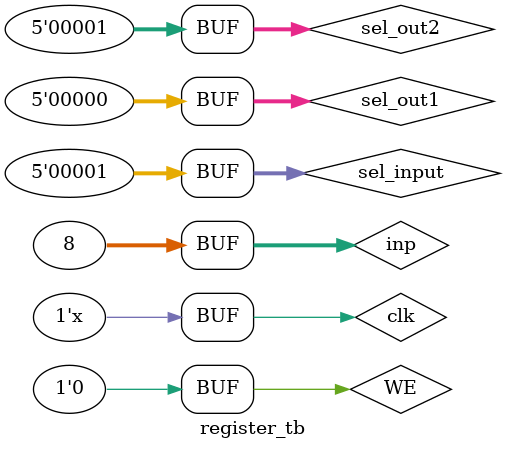
<source format=v>
`timescale 1ns / 1ps

module register(
input [31:0] inp, //WD: 32-bit input value
input [4:0] sel_input, //S3: 5-bit selector of input
input [4:0] sel_out1, //S1: 5-bit selector of first output
input [4:0] sel_out2, //S2: 5-bit selector of second output
input WE, //Write enable
input clk, //Clk: Clock (make the register work at the positive edge of the clock)
output reg [31:0] out1, //RD1: 32-bit first output
output reg [31:0] out2 //RD2: 32-bit second output
    );

reg [31:0] regFiles [0:31];

always@(posedge clk) begin

    out1 = regFiles[sel_out1];
    out2 = regFiles[sel_out2];
    
    if(WE) begin //Write 
        regFiles[sel_input] = inp;
    end
end

endmodule
    
module register_tb();
reg [31:0] inp;
reg [4:0] sel_input;
reg [4:0] sel_out1;
reg [4:0] sel_out2;
reg WE;
reg clk;
wire [31:0] out1;
wire [31:0] out2;

register r(inp, sel_input, sel_out1, sel_out2, WE, clk, out1, out2);

initial begin
//Initialize everything with 0
inp = 'h0;
sel_input = 2'b0;
sel_out1 = 2'b0;
sel_out2 = 2'b0;
WE = 1'b0;
clk = 1'b0;
#100;

//Store input b in register[0]
WE = 1'b1;
inp = 'hb;
sel_input = 2'b00;
#100;

//Store input 8 in register[1]
inp = 'h8;
sel_input = 2'b01;
#100;

//Read value stored in register[0] and register[1]
WE = 1'b0;
sel_out1 = 2'b00;
sel_out2 = 2'b01;
end

always begin
#10
clk = ~clk;
end
endmodule
</source>
